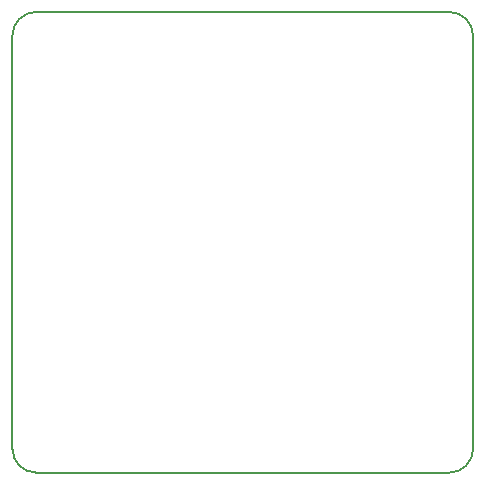
<source format=gbs>
G04 #@! TF.GenerationSoftware,KiCad,Pcbnew,5.1.10*
G04 #@! TF.CreationDate,2021-10-22T12:48:29+02:00*
G04 #@! TF.ProjectId,rfid-breakout,72666964-2d62-4726-9561-6b6f75742e6b,rev?*
G04 #@! TF.SameCoordinates,Original*
G04 #@! TF.FileFunction,Soldermask,Bot*
G04 #@! TF.FilePolarity,Negative*
%FSLAX46Y46*%
G04 Gerber Fmt 4.6, Leading zero omitted, Abs format (unit mm)*
G04 Created by KiCad (PCBNEW 5.1.10) date 2021-10-22 12:48:29*
%MOMM*%
%LPD*%
G01*
G04 APERTURE LIST*
%ADD10C,0.150000*%
G04 APERTURE END LIST*
D10*
X127125000Y-82375000D02*
G75*
G02*
X129125000Y-80375000I2000000J0D01*
G01*
X129125000Y-119375000D02*
G75*
G02*
X127125000Y-117375000I0J2000000D01*
G01*
X166125000Y-117375000D02*
G75*
G02*
X164125000Y-119375000I-2000000J0D01*
G01*
X164125000Y-80375000D02*
G75*
G02*
X166125000Y-82375000I0J-2000000D01*
G01*
X166125000Y-117375000D02*
X166125000Y-82375000D01*
X129125000Y-119375000D02*
X164125000Y-119375000D01*
X127125000Y-82375000D02*
X127125000Y-117375000D01*
X164125000Y-80375000D02*
X129125000Y-80375000D01*
M02*

</source>
